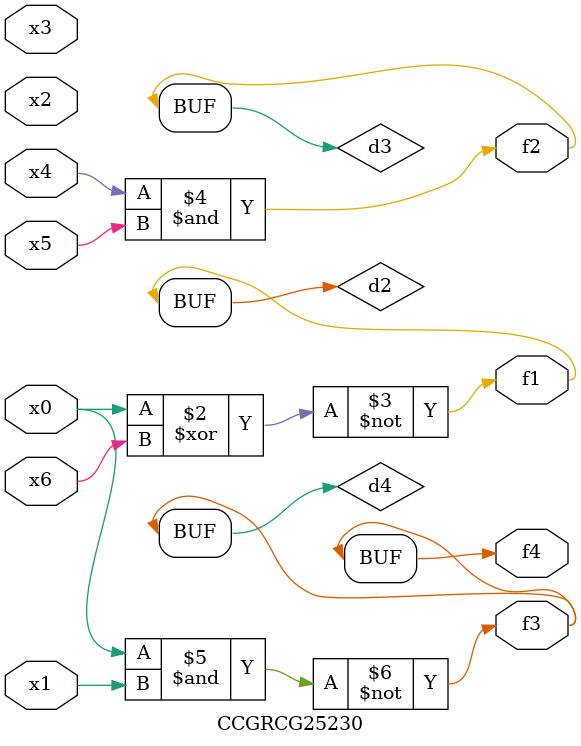
<source format=v>
module CCGRCG25230(
	input x0, x1, x2, x3, x4, x5, x6,
	output f1, f2, f3, f4
);

	wire d1, d2, d3, d4;

	nor (d1, x0);
	xnor (d2, x0, x6);
	and (d3, x4, x5);
	nand (d4, x0, x1);
	assign f1 = d2;
	assign f2 = d3;
	assign f3 = d4;
	assign f4 = d4;
endmodule

</source>
